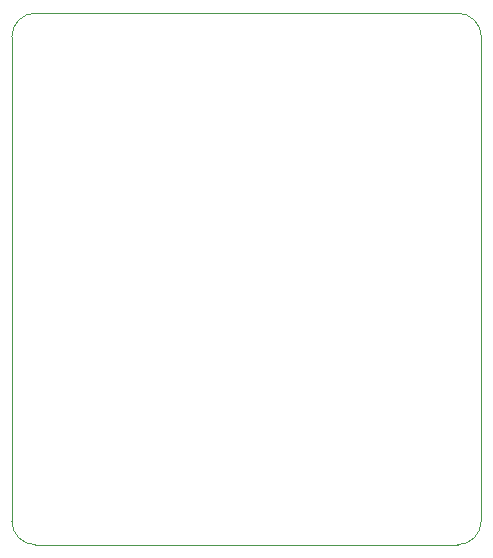
<source format=gko>
%FSLAX46Y46*%
%MOMM*%
%ADD10C,0.010000*%
G01*
%LPD*%
G01*
%LPD*%
D10*
X1999999Y1000000D02*
X37750000Y1000000D01*
D10*
X39750000Y-999999D02*
X39750000Y-42000000D01*
D10*
X37750000Y-44000000D02*
X1999999Y-44000000D01*
D10*
X0Y-42000000D02*
X0Y-999999D01*
G75*
D10*
G02*
X0Y-999999D02*
X1999999Y1000000I1999999J0D01*
D10*
G02*
X37750000Y1000000D02*
X39750000Y-999999I0J-1999999D01*
D10*
G02*
X39750000Y-42000000D02*
X37750000Y-44000000I-2000000J0D01*
D10*
G02*
X1999999Y-44000000D02*
X0Y-42000000I0J2000000D01*
M02*

</source>
